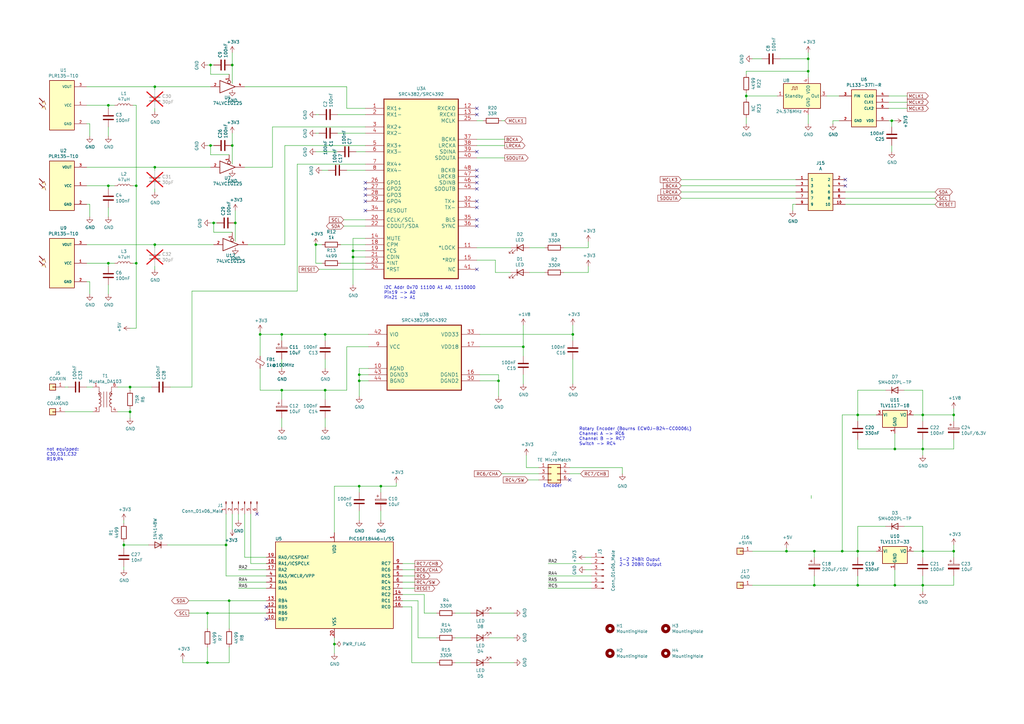
<source format=kicad_sch>
(kicad_sch (version 20231120) (generator "eeschema") (generator_version "8.0")
  (paper "A3")
  (title_block (title "Async sample rate converter") (date "2024-04-07") (rev "V7"))
  (junction (at 144.78 105.41))
  (junction (at 147.32 156.21))
  (junction (at 53.34 168.91))
  (junction (at 92.71 223.52))
  (junction (at 345.44 226.06))
  (junction (at 391.16 226.06))
  (junction (at 306.07 39.37))
  (junction (at 214.63 142.24))
  (junction (at 156.21 199.39))
  (junction (at 367.03 240.03))
  (junction (at 137.16 264.16))
  (junction (at 55.88 76.2))
  (junction (at 44.45 43.18))
  (junction (at 378.46 240.03))
  (junction (at 53.34 158.75))
  (junction (at 63.5 68.58))
  (junction (at 95.25 59.69))
  (junction (at 378.46 184.15))
  (junction (at 144.78 102.87))
  (junction (at 85.09 271.78))
  (junction (at 351.79 226.06))
  (junction (at 378.46 170.18))
  (junction (at 365.76 49.53))
  (junction (at 391.16 170.18))
  (junction (at 55.88 107.95))
  (junction (at 147.32 199.39))
  (junction (at 322.58 226.06))
  (junction (at 351.79 170.18))
  (junction (at 93.98 246.38))
  (junction (at 87.63 91.44))
  (junction (at 133.35 137.16))
  (junction (at 351.79 240.03))
  (junction (at 204.47 156.21))
  (junction (at 85.09 251.46))
  (junction (at 63.5 35.56))
  (junction (at 44.45 76.2))
  (junction (at 331.47 29.21))
  (junction (at 115.57 137.16))
  (junction (at 147.32 153.67))
  (junction (at 86.36 26.67))
  (junction (at 96.52 91.44))
  (junction (at 63.5 100.33))
  (junction (at 115.57 160.02))
  (junction (at 86.36 59.69))
  (junction (at 367.03 184.15))
  (junction (at 106.68 137.16))
  (junction (at 133.35 160.02))
  (junction (at 334.01 240.03))
  (junction (at 331.47 24.13))
  (junction (at 234.95 137.16))
  (junction (at 129.54 100.33))
  (junction (at 334.01 226.06))
  (junction (at 44.45 107.95))
  (junction (at 378.46 226.06))
  (junction (at 95.25 26.67))
  (junction (at 50.8 223.52))
  (no_connect (at 109.22 254))
  (no_connect (at 346.71 76.2))
  (no_connect (at 105.41 210.82))
  (no_connect (at 195.58 46.99))
  (no_connect (at 109.22 248.92))
  (no_connect (at 149.86 82.55))
  (no_connect (at 149.86 86.36))
  (no_connect (at 233.68 196.85))
  (no_connect (at 195.58 110.49))
  (no_connect (at 195.58 77.47))
  (no_connect (at 195.58 62.23))
  (no_connect (at 149.86 80.01))
  (no_connect (at 195.58 92.71))
  (no_connect (at 346.71 73.66))
  (no_connect (at 195.58 82.55))
  (no_connect (at 195.58 44.45))
  (no_connect (at 195.58 72.39))
  (no_connect (at 195.58 69.85))
  (no_connect (at 149.86 77.47))
  (no_connect (at 195.58 90.17))
  (no_connect (at 195.58 74.93))
  (no_connect (at 195.58 85.09))
  (no_connect (at 149.86 74.93))
  (wire (pts (xy 109.22 231.14) (xy 102.87 231.14)))
  (wire (pts (xy 97.79 241.3) (xy 109.22 241.3)))
  (wire (pts (xy 130.81 54.61) (xy 129.54 54.61)))
  (wire (pts (xy 367.03 184.15) (xy 351.79 184.15)))
  (wire (pts (xy 205.74 194.31) (xy 220.98 194.31)))
  (wire (pts (xy 46.99 43.18) (xy 44.45 43.18)))
  (wire (pts (xy 165.1 246.38) (xy 171.45 246.38)))
  (wire (pts (xy 255.27 191.77) (xy 255.27 194.31)))
  (wire (pts (xy 50.8 224.79) (xy 50.8 223.52)))
  (wire (pts (xy 35.56 68.58) (xy 63.5 68.58)))
  (wire (pts (xy 147.32 156.21) (xy 147.32 153.67)))
  (wire (pts (xy 195.58 101.6) (xy 209.55 101.6)))
  (wire (pts (xy 279.4 76.2) (xy 326.39 76.2)))
  (wire (pts (xy 63.5 36.83) (xy 63.5 35.56)))
  (wire (pts (xy 351.79 228.6) (xy 351.79 226.06)))
  (wire (pts (xy 44.45 77.47) (xy 44.45 76.2)))
  (wire (pts (xy 364.49 44.45) (xy 372.11 44.45)))
  (wire (pts (xy 378.46 160.02) (xy 370.84 160.02)))
  (wire (pts (xy 139.7 107.95) (xy 149.86 107.95)))
  (wire (pts (xy 351.79 170.18) (xy 359.41 170.18)))
  (wire (pts (xy 149.86 54.61) (xy 138.43 54.61)))
  (wire (pts (xy 93.98 30.48) (xy 86.36 30.48)))
  (wire (pts (xy 74.93 271.78) (xy 85.09 271.78)))
  (wire (pts (xy 133.35 151.13) (xy 133.35 147.32)))
  (wire (pts (xy 378.46 170.18) (xy 374.65 170.18)))
  (wire (pts (xy 195.58 49.53) (xy 198.12 49.53)))
  (wire (pts (xy 86.36 30.48) (xy 86.36 26.67)))
  (wire (pts (xy 240.03 228.6) (xy 242.57 228.6)))
  (wire (pts (xy 87.63 100.33) (xy 63.5 100.33)))
  (wire (pts (xy 173.99 243.84) (xy 173.99 251.46)))
  (wire (pts (xy 378.46 228.6) (xy 378.46 226.06)))
  (wire (pts (xy 111.76 68.58) (xy 111.76 52.07)))
  (wire (pts (xy 142.24 69.85) (xy 149.86 69.85)))
  (wire (pts (xy 170.18 236.22) (xy 165.1 236.22)))
  (wire (pts (xy 179.07 271.78) (xy 168.91 271.78)))
  (wire (pts (xy 351.79 172.72) (xy 351.79 170.18)))
  (wire (pts (xy 53.34 171.45) (xy 53.34 168.91)))
  (wire (pts (xy 234.95 133.35) (xy 234.95 137.16)))
  (wire (pts (xy 133.35 137.16) (xy 115.57 137.16)))
  (wire (pts (xy 149.86 46.99) (xy 138.43 46.99)))
  (wire (pts (xy 142.24 35.56) (xy 142.24 44.45)))
  (wire (pts (xy 378.46 186.69) (xy 378.46 184.15)))
  (wire (pts (xy 134.62 69.85) (xy 132.08 69.85)))
  (wire (pts (xy 204.47 153.67) (xy 204.47 156.21)))
  (wire (pts (xy 133.35 139.7) (xy 133.35 137.16)))
  (wire (pts (xy 95.25 59.69) (xy 95.25 67.31)))
  (wire (pts (xy 391.16 184.15) (xy 391.16 180.34)))
  (wire (pts (xy 86.36 59.69) (xy 86.36 63.5)))
  (wire (pts (xy 156.21 199.39) (xy 156.21 201.93)))
  (wire (pts (xy 35.56 76.2) (xy 44.45 76.2)))
  (wire (pts (xy 44.45 120.65) (xy 44.45 116.84)))
  (wire (pts (xy 308.61 226.06) (xy 322.58 226.06)))
  (wire (pts (xy 121.92 67.31) (xy 149.86 67.31)))
  (wire (pts (xy 63.5 100.33) (xy 35.56 100.33)))
  (wire (pts (xy 215.9 191.77) (xy 215.9 186.69)))
  (wire (pts (xy 93.98 63.5) (xy 86.36 63.5)))
  (wire (pts (xy 318.77 39.37) (xy 306.07 39.37)))
  (wire (pts (xy 115.57 137.16) (xy 106.68 137.16)))
  (wire (pts (xy 332.74 204.47) (xy 332.74 203.2)))
  (wire (pts (xy 132.08 100.33) (xy 129.54 100.33)))
  (wire (pts (xy 165.1 243.84) (xy 173.99 243.84)))
  (wire (pts (xy 325.12 83.82) (xy 325.12 86.36)))
  (wire (pts (xy 351.79 184.15) (xy 351.79 180.34)))
  (wire (pts (xy 334.01 226.06) (xy 345.44 226.06)))
  (wire (pts (xy 147.32 162.56) (xy 147.32 156.21)))
  (wire (pts (xy 85.09 271.78) (xy 93.98 271.78)))
  (wire (pts (xy 132.08 107.95) (xy 129.54 107.95)))
  (wire (pts (xy 92.71 223.52) (xy 92.71 236.22)))
  (wire (pts (xy 133.35 160.02) (xy 133.35 163.83)))
  (wire (pts (xy 331.47 50.8) (xy 331.47 46.99)))
  (wire (pts (xy 364.49 41.91) (xy 372.11 41.91)))
  (wire (pts (xy 334.01 226.06) (xy 334.01 228.6)))
  (wire (pts (xy 331.47 24.13) (xy 331.47 29.21)))
  (wire (pts (xy 106.68 137.16) (xy 106.68 135.89)))
  (wire (pts (xy 35.56 35.56) (xy 63.5 35.56)))
  (wire (pts (xy 35.56 158.75) (xy 38.1 158.75)))
  (wire (pts (xy 346.71 78.74) (xy 383.54 78.74)))
  (wire (pts (xy 346.71 81.28) (xy 383.54 81.28)))
  (wire (pts (xy 129.54 107.95) (xy 129.54 100.33)))
  (wire (pts (xy 378.46 236.22) (xy 378.46 240.03)))
  (wire (pts (xy 378.46 184.15) (xy 391.16 184.15)))
  (wire (pts (xy 63.5 78.74) (xy 63.5 77.47)))
  (wire (pts (xy 50.8 233.68) (xy 50.8 232.41)))
  (wire (pts (xy 100.33 228.6) (xy 100.33 210.82)))
  (wire (pts (xy 115.57 175.26) (xy 115.57 171.45)))
  (wire (pts (xy 63.5 45.72) (xy 63.5 44.45)))
  (wire (pts (xy 351.79 170.18) (xy 345.44 170.18)))
  (wire (pts (xy 214.63 133.35) (xy 214.63 142.24)))
  (wire (pts (xy 130.81 110.49) (xy 149.86 110.49)))
  (wire (pts (xy 139.7 100.33) (xy 149.86 100.33)))
  (wire (pts (xy 142.24 142.24) (xy 142.24 160.02)))
  (wire (pts (xy 151.13 156.21) (xy 147.32 156.21)))
  (wire (pts (xy 339.09 39.37) (xy 344.17 39.37)))
  (wire (pts (xy 363.22 215.9) (xy 351.79 215.9)))
  (wire (pts (xy 133.35 175.26) (xy 133.35 171.45)))
  (wire (pts (xy 27.94 158.75) (xy 26.67 158.75)))
  (wire (pts (xy 147.32 213.36) (xy 147.32 209.55)))
  (wire (pts (xy 214.63 146.05) (xy 214.63 142.24)))
  (wire (pts (xy 224.79 241.3) (xy 242.57 241.3)))
  (wire (pts (xy 97.79 233.68) (xy 109.22 233.68)))
  (wire (pts (xy 147.32 153.67) (xy 151.13 153.67)))
  (wire (pts (xy 50.8 214.63) (xy 50.8 213.36)))
  (wire (pts (xy 26.67 168.91) (xy 38.1 168.91)))
  (wire (pts (xy 200.66 271.78) (xy 210.82 271.78)))
  (wire (pts (xy 279.4 78.74) (xy 326.39 78.74)))
  (wire (pts (xy 165.1 241.3) (xy 170.18 241.3)))
  (wire (pts (xy 129.54 62.23) (xy 138.43 62.23)))
  (wire (pts (xy 391.16 167.64) (xy 391.16 170.18)))
  (wire (pts (xy 200.66 251.46) (xy 210.82 251.46)))
  (wire (pts (xy 231.14 111.76) (xy 241.3 111.76)))
  (wire (pts (xy 115.57 151.13) (xy 115.57 147.32)))
  (wire (pts (xy 85.09 59.69) (xy 86.36 59.69)))
  (wire (pts (xy 378.46 180.34) (xy 378.46 184.15)))
  (wire (pts (xy 92.71 210.82) (xy 92.71 223.52)))
  (wire (pts (xy 55.88 107.95) (xy 55.88 76.2)))
  (wire (pts (xy 36.83 83.82) (xy 35.56 83.82)))
  (wire (pts (xy 63.5 110.49) (xy 63.5 109.22)))
  (wire (pts (xy 365.76 52.07) (xy 365.76 49.53)))
  (wire (pts (xy 149.86 92.71) (xy 140.97 92.71)))
  (wire (pts (xy 116.84 59.69) (xy 149.86 59.69)))
  (wire (pts (xy 74.93 270.51) (xy 74.93 271.78)))
  (wire (pts (xy 203.2 106.68) (xy 195.58 106.68)))
  (wire (pts (xy 170.18 231.14) (xy 165.1 231.14)))
  (wire (pts (xy 55.88 76.2) (xy 55.88 43.18)))
  (wire (pts (xy 391.16 240.03) (xy 391.16 236.22)))
  (wire (pts (xy 334.01 240.03) (xy 334.01 236.22)))
  (wire (pts (xy 63.5 69.85) (xy 63.5 68.58)))
  (wire (pts (xy 111.76 52.07) (xy 149.86 52.07)))
  (wire (pts (xy 142.24 44.45) (xy 149.86 44.45)))
  (wire (pts (xy 378.46 242.57) (xy 378.46 240.03)))
  (wire (pts (xy 95.25 95.25) (xy 87.63 95.25)))
  (wire (pts (xy 115.57 163.83) (xy 115.57 160.02)))
  (wire (pts (xy 351.79 226.06) (xy 359.41 226.06)))
  (wire (pts (xy 186.69 271.78) (xy 193.04 271.78)))
  (wire (pts (xy 95.25 217.17) (xy 95.25 210.82)))
  (wire (pts (xy 233.68 191.77) (xy 255.27 191.77)))
  (wire (pts (xy 63.5 68.58) (xy 86.36 68.58)))
  (wire (pts (xy 86.36 91.44) (xy 87.63 91.44)))
  (wire (pts (xy 209.55 111.76) (xy 203.2 111.76)))
  (wire (pts (xy 306.07 38.1) (xy 306.07 39.37)))
  (wire (pts (xy 241.3 101.6) (xy 241.3 99.06)))
  (wire (pts (xy 44.45 44.45) (xy 44.45 43.18)))
  (wire (pts (xy 224.79 238.76) (xy 242.57 238.76)))
  (wire (pts (xy 46.99 107.95) (xy 44.45 107.95)))
  (wire (pts (xy 144.78 105.41) (xy 144.78 102.87)))
  (wire (pts (xy 306.07 48.26) (xy 306.07 50.8)))
  (wire (pts (xy 85.09 257.81) (xy 85.09 251.46)))
  (wire (pts (xy 87.63 91.44) (xy 88.9 91.44)))
  (wire (pts (xy 151.13 137.16) (xy 133.35 137.16)))
  (wire (pts (xy 378.46 226.06) (xy 374.65 226.06)))
  (wire (pts (xy 351.79 160.02) (xy 351.79 170.18)))
  (wire (pts (xy 240.03 233.68) (xy 242.57 233.68)))
  (wire (pts (xy 133.35 160.02) (xy 142.24 160.02)))
  (wire (pts (xy 162.56 199.39) (xy 156.21 199.39)))
  (wire (pts (xy 170.18 233.68) (xy 165.1 233.68)))
  (wire (pts (xy 378.46 240.03) (xy 391.16 240.03)))
  (wire (pts (xy 44.45 109.22) (xy 44.45 107.95)))
  (wire (pts (xy 200.66 261.62) (xy 210.82 261.62)))
  (wire (pts (xy 204.47 156.21) (xy 196.85 156.21)))
  (wire (pts (xy 149.86 62.23) (xy 146.05 62.23)))
  (wire (pts (xy 115.57 160.02) (xy 106.68 160.02)))
  (wire (pts (xy 93.98 246.38) (xy 109.22 246.38)))
  (wire (pts (xy 186.69 261.62) (xy 193.04 261.62)))
  (wire (pts (xy 96.52 86.36) (xy 96.52 91.44)))
  (wire (pts (xy 391.16 170.18) (xy 378.46 170.18)))
  (wire (pts (xy 224.79 236.22) (xy 242.57 236.22)))
  (wire (pts (xy 86.36 26.67) (xy 87.63 26.67)))
  (wire (pts (xy 147.32 199.39) (xy 147.32 201.93)))
  (wire (pts (xy 205.74 49.53) (xy 207.01 49.53)))
  (wire (pts (xy 95.25 54.61) (xy 95.25 59.69)))
  (wire (pts (xy 144.78 116.84) (xy 144.78 105.41)))
  (wire (pts (xy 195.58 59.69) (xy 207.01 59.69)))
  (wire (pts (xy 214.63 142.24) (xy 196.85 142.24)))
  (wire (pts (xy 96.52 91.44) (xy 96.52 99.06)))
  (wire (pts (xy 173.99 251.46) (xy 179.07 251.46)))
  (wire (pts (xy 36.83 115.57) (xy 35.56 115.57)))
  (wire (pts (xy 331.47 24.13) (xy 320.04 24.13)))
  (wire (pts (xy 364.49 39.37) (xy 372.11 39.37)))
  (wire (pts (xy 63.5 35.56) (xy 86.36 35.56)))
  (wire (pts (xy 100.33 68.58) (xy 111.76 68.58)))
  (wire (pts (xy 345.44 226.06) (xy 351.79 226.06)))
  (wire (pts (xy 93.98 271.78) (xy 93.98 265.43)))
  (wire (pts (xy 233.68 194.31) (xy 238.125 194.31)))
  (wire (pts (xy 351.79 215.9) (xy 351.79 226.06)))
  (wire (pts (xy 367.03 184.15) (xy 367.03 177.8)))
  (wire (pts (xy 351.79 240.03) (xy 334.01 240.03)))
  (wire (pts (xy 367.03 49.53) (xy 365.76 49.53)))
  (wire (pts (xy 203.2 111.76) (xy 203.2 106.68)))
  (wire (pts (xy 69.85 158.75) (xy 78.74 158.75)))
  (wire (pts (xy 53.34 158.75) (xy 62.23 158.75)))
  (wire (pts (xy 36.83 88.9) (xy 36.83 83.82)))
  (wire (pts (xy 179.07 261.62) (xy 171.45 261.62)))
  (wire (pts (xy 48.26 158.75) (xy 53.34 158.75)))
  (wire (pts (xy 306.07 29.21) (xy 331.47 29.21)))
  (wire (pts (xy 44.45 55.88) (xy 44.45 52.07)))
  (wire (pts (xy 36.83 50.8) (xy 35.56 50.8)))
  (wire (pts (xy 53.34 134.62) (xy 55.88 134.62)))
  (wire (pts (xy 367.03 240.03) (xy 351.79 240.03)))
  (wire (pts (xy 170.18 238.76) (xy 165.1 238.76)))
  (wire (pts (xy 331.47 24.13) (xy 331.47 21.59)))
  (wire (pts (xy 217.17 111.76) (xy 223.52 111.76)))
  (wire (pts (xy 129.54 46.99) (xy 130.81 46.99)))
  (wire (pts (xy 220.98 191.77) (xy 215.9 191.77)))
  (wire (pts (xy 378.46 170.18) (xy 378.46 160.02)))
  (wire (pts (xy 345.44 170.18) (xy 345.44 226.06)))
  (wire (pts (xy 100.33 35.56) (xy 142.24 35.56)))
  (wire (pts (xy 35.56 107.95) (xy 44.45 107.95)))
  (wire (pts (xy 306.07 30.48) (xy 306.07 29.21)))
  (wire (pts (xy 144.78 102.87) (xy 149.86 102.87)))
  (wire (pts (xy 77.47 246.38) (xy 93.98 246.38)))
  (wire (pts (xy 195.58 57.15) (xy 207.01 57.15)))
  (wire (pts (xy 137.16 199.39) (xy 137.16 218.44)))
  (wire (pts (xy 92.71 236.22) (xy 109.22 236.22)))
  (wire (pts (xy 308.61 240.03) (xy 334.01 240.03)))
  (wire (pts (xy 363.22 160.02) (xy 351.79 160.02)))
  (wire (pts (xy 151.13 151.13) (xy 147.32 151.13)))
  (wire (pts (xy 78.74 119.38) (xy 78.74 158.75)))
  (wire (pts (xy 331.47 29.21) (xy 331.47 31.75)))
  (wire (pts (xy 217.17 101.6) (xy 223.52 101.6)))
  (wire (pts (xy 149.86 97.79) (xy 144.78 97.79)))
  (wire (pts (xy 55.88 107.95) (xy 55.88 134.62)))
  (wire (pts (xy 137.16 264.16) (xy 137.16 261.62)))
  (wire (pts (xy 351.79 240.03) (xy 351.79 236.22)))
  (wire (pts (xy 97.79 238.76) (xy 109.22 238.76)))
  (wire (pts (xy 68.58 223.52) (xy 92.71 223.52)))
  (wire (pts (xy 241.3 111.76) (xy 241.3 109.22)))
  (wire (pts (xy 365.76 62.23) (xy 365.76 59.69)))
  (wire (pts (xy 341.63 49.53) (xy 344.17 49.53)))
  (wire (pts (xy 48.26 168.91) (xy 53.34 168.91)))
  (wire (pts (xy 36.83 120.65) (xy 36.83 115.57)))
  (wire (pts (xy 171.45 246.38) (xy 171.45 261.62)))
  (wire (pts (xy 60.96 223.52) (xy 50.8 223.52)))
  (wire (pts (xy 63.5 101.6) (xy 63.5 100.33)))
  (wire (pts (xy 109.22 228.6) (xy 100.33 228.6)))
  (wire (pts (xy 86.36 59.69) (xy 87.63 59.69)))
  (wire (pts (xy 50.8 223.52) (xy 50.8 222.25)))
  (wire (pts (xy 116.84 100.33) (xy 101.6 100.33)))
  (wire (pts (xy 162.56 198.12) (xy 162.56 199.39)))
  (wire (pts (xy 234.95 137.16) (xy 234.95 139.7)))
  (wire (pts (xy 95.25 21.59) (xy 95.25 26.67)))
  (wire (pts (xy 142.24 142.24) (xy 151.13 142.24)))
  (wire (pts (xy 322.58 224.79) (xy 322.58 226.06)))
  (wire (pts (xy 341.63 50.8) (xy 341.63 49.53)))
  (wire (pts (xy 196.85 153.67) (xy 204.47 153.67)))
  (wire (pts (xy 85.09 26.67) (xy 86.36 26.67)))
  (wire (pts (xy 55.88 76.2) (xy 54.61 76.2)))
  (wire (pts (xy 391.16 172.72) (xy 391.16 170.18)))
  (wire (pts (xy 97.79 213.36) (xy 97.79 210.82)))
  (wire (pts (xy 308.61 24.13) (xy 312.42 24.13)))
  (wire (pts (xy 322.58 226.06) (xy 334.01 226.06)))
  (wire (pts (xy 55.88 107.95) (xy 54.61 107.95)))
  (wire (pts (xy 137.16 267.97) (xy 137.16 264.16)))
  (wire (pts (xy 378.46 184.15) (xy 367.03 184.15)))
  (wire (pts (xy 121.92 119.38) (xy 78.74 119.38)))
  (wire (pts (xy 106.68 151.13) (xy 106.68 160.02)))
  (wire (pts (xy 115.57 160.02) (xy 133.35 160.02)))
  (wire (pts (xy 121.92 67.31) (xy 121.92 119.38)))
  (wire (pts (xy 279.4 81.28) (xy 326.39 81.28)))
  (wire (pts (xy 168.91 248.92) (xy 165.1 248.92)))
  (wire (pts (xy 391.16 226.06) (xy 378.46 226.06)))
  (wire (pts (xy 186.69 251.46) (xy 193.04 251.46)))
  (wire (pts (xy 147.32 199.39) (xy 137.16 199.39)))
  (wire (pts (xy 367.03 240.03) (xy 367.03 233.68)))
  (wire (pts (xy 87.63 95.25) (xy 87.63 91.44)))
  (wire (pts (xy 391.16 223.52) (xy 391.16 226.06)))
  (wire (pts (xy 365.76 49.53) (xy 364.49 49.53)))
  (wire (pts (xy 149.86 105.41) (xy 144.78 105.41)))
  (wire (pts (xy 53.34 168.91) (xy 53.34 167.64)))
  (wire (pts (xy 378.46 226.06) (xy 378.46 215.9)))
  (wire (pts (xy 168.91 248.92) (xy 168.91 271.78)))
  (wire (pts (xy 214.63 157.48) (xy 214.63 153.67)))
  (wire (pts (xy 54.61 43.18) (xy 55.88 43.18)))
  (wire (pts (xy 234.95 157.48) (xy 234.95 147.32)))
  (wire (pts (xy 207.01 64.77) (xy 195.58 64.77)))
  (wire (pts (xy 36.83 55.88) (xy 36.83 50.8)))
  (wire (pts (xy 391.16 228.6) (xy 391.16 226.06)))
  (wire (pts (xy 77.47 251.46) (xy 85.09 251.46)))
  (wire (pts (xy 53.34 160.02) (xy 53.34 158.75)))
  (wire (pts (xy 85.09 265.43) (xy 85.09 271.78)))
  (wire (pts (xy 102.87 231.14) (xy 102.87 210.82)))
  (wire (pts (xy 147.32 151.13) (xy 147.32 153.67)))
  (wire (pts (xy 116.84 59.69) (xy 116.84 100.33)))
  (wire (pts (xy 95.25 26.67) (xy 95.25 34.29)))
  (wire (pts (xy 346.71 83.82) (xy 383.54 83.82)))
  (wire (pts (xy 378.46 172.72) (xy 378.46 170.18)))
  (wire (pts (xy 378.46 240.03) (xy 367.03 240.03)))
  (wire (pts (xy 224.79 231.14) (xy 242.57 231.14)))
  (wire (pts (xy 156.21 213.36) (xy 156.21 209.55)))
  (wire (pts (xy 326.39 83.82) (xy 325.12 83.82)))
  (wire (pts (xy 115.57 137.16) (xy 115.57 139.7)))
  (wire (pts (xy 231.14 101.6) (xy 241.3 101.6)))
  (wire (pts (xy 35.56 43.18) (xy 44.45 43.18)))
  (wire (pts (xy 156.21 199.39) (xy 147.32 199.39)))
  (wire (pts (xy 46.99 76.2) (xy 44.45 76.2)))
  (wire (pts (xy 216.535 196.85) (xy 220.98 196.85)))
  (wire (pts (xy 378.46 215.9) (xy 370.84 215.9)))
  (wire (pts (xy 106.68 146.05) (xy 106.68 137.16)))
  (wire (pts (xy 144.78 97.79) (xy 144.78 102.87)))
  (wire (pts (xy 44.45 88.9) (xy 44.45 85.09)))
  (wire (pts (xy 279.4 73.66) (xy 326.39 73.66)))
  (wire (pts (xy 306.07 39.37) (xy 306.07 40.64)))
  (wire (pts (xy 204.47 162.56) (xy 204.47 156.21)))
  (wire (pts (xy 140.97 90.17) (xy 149.86 90.17)))
  (wire (pts (xy 93.98 257.81) (xy 93.98 246.38)))
  (wire (pts (xy 85.09 251.46) (xy 109.22 251.46)))
  (wire (pts (xy 196.85 137.16) (xy 234.95 137.16)))
  (text "I2C Addr 0x70 11100 A1 A0, 1110000\nPin19 -> A0\nPin21 -> A1\n\n\n" (at 157.48 127 0) (effects (font (size 1.27 1.27)) (justify left bottom)))
  (text "1-2 24Bit Ouput\n2-3 20Bit Output" (at 254 232.41 0) (effects (font (size 1.27 1.27)) (justify left bottom)))
  (text "Rotary Encoder (Bourns ECW0J-B24-CC0006L)\nChannel A -> RC6\nChannel B -> RC7\nSwitch -> RC4" (at 237.49 182.88 0) (effects (font (size 1.27 1.27)) (justify left bottom)))
  (text "Encoder" (at 230.505 200.025 0) (effects (font (size 1.27 1.27)) (justify right bottom)))
  (text "not equipped:\nC30,C31,C32\nR19,R4" (at 19.05 189.23 0) (effects (font (size 1.27 1.27)) (justify left bottom)))
  (label "RA4" (at 97.79 238.76 0))
  (label "RA5" (at 97.79 241.3 0))
  (label "RA5" (at 224.79 238.76 0))
  (label "RA4" (at 224.79 236.22 0))
  (label "RA2" (at 97.79 233.68 0))
  (label "RA2" (at 224.79 231.14 0))
  (label "RC5" (at 224.79 241.3 0))
  (global_label "SCL" (shape input) (at 140.97 90.17 180) (property "Intersheetrefs" "${INTERSHEET_REFS}" (effects (hide yes))))
  (global_label "SCL" (shape input) (at 383.54 81.28 0) (property "Intersheetrefs" "${INTERSHEET_REFS}" (effects (hide yes))))
  (global_label "MCLK1" (shape input) (at 207.01 49.53 0) (property "Intersheetrefs" "${INTERSHEET_REFS}" (effects (hide yes))))
  (global_label "RC4{slash}SW" (shape input) (at 216.535 196.85 180) (property "Intersheetrefs" "${INTERSHEET_REFS}" (effects (hide yes))))
  (global_label "RC6{slash}CHA" (shape output) (at 170.18 233.68 0) (property "Intersheetrefs" "${INTERSHEET_REFS}" (effects (hide yes))))
  (global_label "LRCKA" (shape output) (at 207.01 59.69 0) (property "Intersheetrefs" "${INTERSHEET_REFS}" (effects (hide yes))))
  (global_label "SDA" (shape bidirectional) (at 383.54 78.74 0) (property "Intersheetrefs" "${INTERSHEET_REFS}" (effects (hide yes))))
  (global_label "RESET" (shape input) (at 383.54 83.82 0) (property "Intersheetrefs" "${INTERSHEET_REFS}" (effects (hide yes))))
  (global_label "RC6{slash}CHA" (shape input) (at 205.74 194.31 180) (property "Intersheetrefs" "${INTERSHEET_REFS}" (effects (hide yes))))
  (global_label "SDA" (shape bidirectional) (at 140.97 92.71 180) (property "Intersheetrefs" "${INTERSHEET_REFS}" (effects (hide yes))))
  (global_label "MCLK3" (shape output) (at 372.11 44.45 0) (property "Intersheetrefs" "${INTERSHEET_REFS}" (effects (hide yes))))
  (global_label "RESET" (shape output) (at 170.18 241.3 0) (property "Intersheetrefs" "${INTERSHEET_REFS}" (effects (hide yes))))
  (global_label "RC7{slash}CHB" (shape output) (at 170.18 231.14 0) (property "Intersheetrefs" "${INTERSHEET_REFS}" (effects (hide yes))))
  (global_label "MCLK1" (shape output) (at 372.11 39.37 0) (property "Intersheetrefs" "${INTERSHEET_REFS}" (effects (hide yes))))
  (global_label "RC7{slash}CHB" (shape input) (at 238.125 194.31 0) (property "Intersheetrefs" "${INTERSHEET_REFS}" (effects (hide yes))))
  (global_label "SDOUTA" (shape output) (at 207.01 64.77 0) (property "Intersheetrefs" "${INTERSHEET_REFS}" (effects (hide yes))))
  (global_label "MCLK3" (shape input) (at 279.4 73.66 180) (property "Intersheetrefs" "${INTERSHEET_REFS}" (effects (hide yes))))
  (global_label "RESET" (shape input) (at 130.81 110.49 180) (property "Intersheetrefs" "${INTERSHEET_REFS}" (effects (hide yes))))
  (global_label "SDA" (shape bidirectional) (at 77.47 246.38 180) (property "Intersheetrefs" "${INTERSHEET_REFS}" (effects (hide yes))))
  (global_label "SDOUTA" (shape input) (at 279.4 81.28 180) (property "Intersheetrefs" "${INTERSHEET_REFS}" (effects (hide yes))))
  (global_label "LRCKA" (shape input) (at 279.4 78.74 180) (property "Intersheetrefs" "${INTERSHEET_REFS}" (effects (hide yes))))
  (global_label "MCLK2" (shape output) (at 372.11 41.91 0) (property "Intersheetrefs" "${INTERSHEET_REFS}" (effects (hide yes))))
  (global_label "SCL" (shape output) (at 77.47 251.46 180) (property "Intersheetrefs" "${INTERSHEET_REFS}" (effects (hide yes))))
  (global_label "RC5" (shape output) (at 170.18 236.22 0) (property "Intersheetrefs" "${INTERSHEET_REFS}" (effects (hide yes))))
  (global_label "BCKA" (shape output) (at 207.01 57.15 0) (property "Intersheetrefs" "${INTERSHEET_REFS}" (effects (hide yes))))
  (global_label "RC4{slash}SW" (shape output) (at 170.18 238.76 0) (property "Intersheetrefs" "${INTERSHEET_REFS}" (effects (hide yes))))
  (global_label "BCKA" (shape input) (at 279.4 76.2 180) (property "Intersheetrefs" "${INTERSHEET_REFS}" (effects (hide yes))))
  (symbol (lib_id "Device:C") (at 147.32 205.74 180) (unit 1)
    (property "Reference" "C5" (at 144.399 206.9084 0) (effects (justify left)))
    (property "Value" "100nF" (at 144.399 204.597 0) (effects (justify left)))
    (property "Footprint" "Capacitor_SMD:C_0603_1608Metric_Pad1.08x0.95mm_HandSolder" (effects (hide yes)))
    (property "manf#" "CL10B104KB8NNNL" (effects (hide yes)))
  )
  (symbol (lib_id "power:GND") (at 137.16 267.97 0) (unit 1)
    (property "Reference" "#PWR0115" (effects (hide yes)))
    (property "Value" "GND" (at 137.287 272.3642 0))
  )
  (symbol (lib_id "power:PWR_FLAG") (at 137.16 264.16 270) (unit 1)
    (property "Reference" "#FLG0101" (effects (hide yes)))
    (property "Value" "PWR_FLAG" (at 140.4112 264.16 90) (effects (justify left)))
  )
  (symbol (lib_id "MCU_Microchip_PIC16:PIC16F1829-IP") (at 137.16 241.3 0) (unit 1)
    (property "Reference" "U5" (at 114.3 220.98 0))
    (property "Value" "PIC16F18446-I/SS" (at 152.4 220.98 0))
    (property "Footprint" "Package_SO:SSOP-20_5.3x7.2mm_P0.65mm" (effects (hide yes)))
    (property "Datasheet" "http://ww1.microchip.com/downloads/en/DeviceDoc/41440C.pdf" (effects (hide yes)))
    (property "manf#" "PIC16F18446-I/SO" (effects (hide yes)))
  )
  (symbol (lib_id "kicad-snk:SRC4392") (at 149.86 44.45 0) (unit 1)
    (property "Reference" "U3" (at 172.72 36.322 0))
    (property "Value" "SRC4382/SRC4392" (at 172.72 38.6334 0))
    (property "Footprint" "Package_QFP:TQFP-48_7x7mm_P0.5mm" (effects (hide yes)))
    (property "manf#" "SRC4392IPFBR" (effects (hide yes)))
  )
  (symbol (lib_id "kicad-snk:SRC4392") (at 151.13 137.16 0) (unit 2)
    (property "Reference" "U3" (at 173.99 129.032 0))
    (property "Value" "SRC4382/SRC4392" (at 173.99 131.3434 0))
    (property "Footprint" "Package_QFP:TQFP-48_7x7mm_P0.5mm" (effects (hide yes)))
    (property "manf#" "SRC4392IPFBR" (effects (hide yes)))
  )
  (symbol (lib_id "kicad-snk:PLR135-T10") (at 25.4 43.18 0) (mirror y) (unit 1)
    (property "Reference" "U1" (at 26.0096 28.7782 0))
    (property "Value" "PLR135-T10" (at 26.0096 31.0896 0))
    (property "Footprint" "PLR135-T10_PLT133-T10W" (effects (hide yes)))
    (property "manf#" "PLR135/T10" (effects (hide yes)))
  )
  (symbol (lib_id "Device:C") (at 134.62 46.99 270) (unit 1)
    (property "Reference" "C2" (at 133.4516 44.069 0) (effects (justify right)))
    (property "Value" "100nF" (at 135.763 44.069 0) (effects (justify right)))
    (property "Footprint" "Capacitor_SMD:C_0603_1608Metric_Pad1.08x0.95mm_HandSolder" (effects (hide yes)))
    (property "manf#" "CL10B104KB8NNNL" (effects (hide yes)))
  )
  (symbol (lib_id "Device:C") (at 134.62 54.61 90) (unit 1)
    (property "Reference" "C1" (at 135.7884 57.531 0) (effects (justify right)))
    (property "Value" "100nF" (at 133.477 57.531 0) (effects (justify right)))
    (property "Footprint" "Capacitor_SMD:C_0603_1608Metric_Pad1.08x0.95mm_HandSolder" (effects (hide yes)))
    (property "manf#" "CL10B104KB8NNNL" (effects (hide yes)))
  )
  (symbol (lib_id "Device:LED") (at 213.36 101.6 0) (unit 1)
    (property "Reference" "D2" (at 213.1822 96.0882 0))
    (property "Value" "LED" (at 213.1822 98.3996 0))
    (property "Footprint" "LED_SMD:LED_0603_1608Metric_Pad1.05x0.95mm_HandSolder" (effects (hide yes)))
    (property "manf#" "LG R971-KN-1" (effects (hide yes)))
  )
  (symbol (lib_id "Device:LED") (at 213.36 111.76 0) (unit 1)
    (property "Reference" "D1" (at 213.1822 106.2482 0))
    (property "Value" "LED" (at 213.1822 108.5596 0))
    (property "Footprint" "LED_SMD:LED_0603_1608Metric_Pad1.05x0.95mm_HandSolder" (effects (hide yes)))
    (property "manf#" "LG R971-KN-1" (effects (hide yes)))
  )
  (symbol (lib_id "Mechanical:MountingHole") (at 250.19 257.81 0) (unit 1)
    (property "Reference" "H1" (at 252.73 256.6416 0) (effects (justify left)))
    (property "Value" "MountingHole" (at 252.73 258.953 0) (effects (justify left)))
    (property "Footprint" "MountingHole:MountingHole_3.2mm_M3_Pad_Via" (effects (hide yes)))
  )
  (symbol (lib_id "Mechanical:MountingHole") (at 273.05 257.81 0) (unit 1)
    (property "Reference" "H3" (at 275.59 256.6416 0) (effects (justify left)))
    (property "Value" "MountingHole" (at 275.59 258.953 0) (effects (justify left)))
    (property "Footprint" "MountingHole:MountingHole_3.2mm_M3_Pad_Via" (effects (hide yes)))
  )
  (symbol (lib_id "Mechanical:MountingHole") (at 250.19 267.97 0) (unit 1)
    (property "Reference" "H2" (at 252.73 266.8016 0) (effects (justify left)))
    (property "Value" "MountingHole" (at 252.73 269.113 0) (effects (justify left)))
    (property "Footprint" "MountingHole:MountingHole_3.2mm_M3_Pad_Via" (effects (hide yes)))
  )
  (symbol (lib_id "Mechanical:MountingHole") (at 273.05 267.97 0) (unit 1)
    (property "Reference" "H4" (at 275.59 266.8016 0) (effects (justify left)))
    (property "Value" "MountingHole" (at 275.59 269.113 0) (effects (justify left)))
    (property "Footprint" "MountingHole:MountingHole_3.2mm_M3_Pad_Via" (effects (hide yes)))
  )
  (symbol (lib_id "Device:R") (at 227.33 101.6 270) (unit 1)
    (property "Reference" "R3" (at 227.33 96.3422 90))
    (property "Value" "330R" (at 227.33 98.6536 90))
    (property "Footprint" "Resistor_SMD:R_0603_1608Metric_Pad0.98x0.95mm_HandSolder" (effects (hide yes)))
    (property "manf#" "RT0603FRD07330RL" (effects (hide yes)))
  )
  (symbol (lib_id "Device:R") (at 227.33 111.76 270) (unit 1)
    (property "Reference" "R2" (at 227.33 106.5022 90))
    (property "Value" "330R" (at 227.33 108.8136 90))
    (property "Footprint" "Resistor_SMD:R_0603_1608Metric_Pad0.98x0.95mm_HandSolder" (effects (hide yes)))
    (property "manf#" "RT0603FRD07330RL" (effects (hide yes)))
  )
  (symbol (lib_id "power:+3.3V") (at 241.3 99.06 0) (unit 1)
    (property "Reference" "#PWR0101" (effects (hide yes)))
    (property "Value" "+3V3" (at 241.681 94.6658 0))
  )
  (symbol (lib_id "power:+3.3V") (at 241.3 109.22 0) (unit 1)
    (property "Reference" "#PWR0102" (effects (hide yes)))
    (property "Value" "+3V3" (at 241.681 104.8258 0))
  )
  (symbol (lib_id "Device:C") (at 44.45 48.26 180) (unit 1)
    (property "Reference" "C3" (at 47.371 47.0916 0) (effects (justify right)))
    (property "Value" "100nF" (at 47.371 49.403 0) (effects (justify right)))
    (property "Footprint" "Capacitor_SMD:C_0603_1608Metric_Pad1.08x0.95mm_HandSolder" (effects (hide yes)))
    (property "manf#" "CL10B104KB8NNNL" (effects (hide yes)))
  )
  (symbol (lib_id "power:GND") (at 36.83 55.88 0) (unit 1)
    (property "Reference" "#PWR0104" (effects (hide yes)))
    (property "Value" "GND" (at 36.957 60.2742 0))
  )
  (symbol (lib_id "power:GND") (at 44.45 55.88 0) (unit 1)
    (property "Reference" "#PWR0105" (effects (hide yes)))
    (property "Value" "GND" (at 44.577 60.2742 0))
  )
  (symbol (lib_id "kicad-snk:PLR135-T10") (at 25.4 76.2 0) (mirror y) (unit 1)
    (property "Reference" "U2" (at 26.0096 61.7982 0))
    (property "Value" "PLR135-T10" (at 26.0096 64.1096 0))
    (property "Footprint" "PLR135-T10_PLT133-T10W" (effects (hide yes)))
    (property "manf#" "PLR135/T10" (effects (hide yes)))
  )
  (symbol (lib_id "Device:C") (at 44.45 81.28 180) (unit 1)
    (property "Reference" "C4" (at 47.371 80.1116 0) (effects (justify right)))
    (property "Value" "100nF" (at 47.371 82.423 0) (effects (justify right)))
    (property "Footprint" "Capacitor_SMD:C_0603_1608Metric_Pad1.08x0.95mm_HandSolder" (effects (hide yes)))
    (property "manf#" "CL10B104KB8NNNL" (effects (hide yes)))
  )
  (symbol (lib_id "power:GND") (at 36.83 88.9 0) (unit 1)
    (property "Reference" "#PWR0107" (effects (hide yes)))
    (property "Value" "GND" (at 36.957 93.2942 0))
  )
  (symbol (lib_id "power:GND") (at 44.45 88.9 0) (unit 1)
    (property "Reference" "#PWR0108" (effects (hide yes)))
    (property "Value" "GND" (at 44.577 93.2942 0))
  )
  (symbol (lib_id "power:GND") (at 129.54 46.99 270) (unit 1)
    (property "Reference" "#PWR0109" (effects (hide yes)))
    (property "Value" "GND" (at 125.1458 47.117 0))
  )
  (symbol (lib_id "power:GND") (at 129.54 54.61 270) (unit 1)
    (property "Reference" "#PWR0110" (effects (hide yes)))
    (property "Value" "GND" (at 125.1458 54.737 0))
  )
  (symbol (lib_id "Device:R") (at 85.09 261.62 180) (unit 1)
    (property "Reference" "R7" (at 90.3478 261.62 90))
    (property "Value" "4K99" (at 88.0364 261.62 90))
    (property "Footprint" "Resistor_SMD:R_0603_1608Metric_Pad0.98x0.95mm_HandSolder" (effects (hide yes)))
    (property "manf#" "RT0603FRE074K99L" (effects (hide yes)))
  )
  (symbol (lib_id "Device:R") (at 93.98 261.62 180) (unit 1)
    (property "Reference" "R8" (at 99.2378 261.62 90))
    (property "Value" "4K99" (at 96.9264 261.62 90))
    (property "Footprint" "Resistor_SMD:R_0603_1608Metric_Pad0.98x0.95mm_HandSolder" (effects (hide yes)))
    (property "manf#" "RT0603FRE074K99L" (effects (hide yes)))
  )
  (symbol (lib_id "power:+3.3V") (at 74.93 270.51 0) (unit 1)
    (property "Reference" "#PWR0111" (effects (hide yes)))
    (property "Value" "+3V3" (at 75.311 266.1158 0))
  )
  (symbol (lib_id "power:+3.3V") (at 162.56 198.12 0) (unit 1)
    (property "Reference" "#PWR0112" (effects (hide yes)))
    (property "Value" "+3V3" (at 162.941 193.7258 0))
  )
  (symbol (lib_id "Connector:Conn_01x06_Male") (at 97.79 205.74 90) (mirror x) (unit 1)
    (property "Reference" "J1" (at 91.5924 207.3148 90) (effects (justify left)))
    (property "Value" "Conn_01x06_Male" (at 91.5924 209.6262 90) (effects (justify left)))
    (property "Footprint" "Connector_PinHeader_2.54mm:PinHeader_1x06_P2.54mm_Vertical" (effects (hide yes)))
  )
  (symbol (lib_id "power:+3.3V") (at 95.25 217.17 180) (unit 1)
    (property "Reference" "#PWR0113" (effects (hide yes)))
    (property "Value" "+3V3" (at 94.869 221.5642 0))
  )
  (symbol (lib_id "power:GND") (at 97.79 213.36 0) (unit 1)
    (property "Reference" "#PWR0114" (effects (hide yes)))
    (property "Value" "GND" (at 97.917 217.7542 0))
  )
  (symbol (lib_id "power:+3.3V") (at 331.47 21.59 0) (unit 1)
    (property "Reference" "#PWR0145" (effects (hide yes)))
    (property "Value" "+3V3" (at 331.851 17.1958 0))
  )
  (symbol (lib_id "power:GND") (at 308.61 24.13 270) (unit 1)
    (property "Reference" "#PWR0155" (effects (hide yes)))
    (property "Value" "GND" (at 304.2158 24.257 0))
  )
  (symbol (lib_id "dac-rescue:CP-Device") (at 156.21 205.74 0) (unit 1)
    (property "Reference" "C10" (at 159.2072 204.5716 0) (effects (justify left)))
    (property "Value" "10uF" (at 159.2072 206.883 0) (effects (justify left)))
    (property "Footprint" "Capacitor_Tantalum_SMD:CP_EIA-2012-12_Kemet-R_Pad1.30x1.05mm_HandSolder" (effects (hide yes)))
    (property "manf#" "TCJB106M025R0100" (effects (hide yes)))
  )
  (symbol (lib_id "power:GND") (at 147.32 213.36 0) (unit 1)
    (property "Reference" "#PWR0122" (effects (hide yes)))
    (property "Value" "GND" (at 147.447 217.7542 0))
  )
  (symbol (lib_id "power:GND") (at 156.21 213.36 0) (unit 1)
    (property "Reference" "#PWR0123" (effects (hide yes)))
    (property "Value" "GND" (at 156.337 217.7542 0))
  )
  (symbol (lib_id "Device:C") (at 133.35 143.51 180) (unit 1)
    (property "Reference" "C13" (at 130.429 144.6784 0) (effects (justify left)))
    (property "Value" "100nF" (at 130.429 142.367 0) (effects (justify left)))
    (property "Footprint" "Capacitor_SMD:C_0603_1608Metric_Pad1.08x0.95mm_HandSolder" (effects (hide yes)))
    (property "manf#" "CL10B104KB8NNNL" (effects (hide yes)))
  )
  (symbol (lib_id "dac-rescue:CP-Device") (at 115.57 143.51 0) (unit 1)
    (property "Reference" "C11" (at 118.5672 142.3416 0) (effects (justify left)))
    (property "Value" "10uF" (at 118.5672 144.653 0) (effects (justify left)))
    (property "Footprint" "Capacitor_Tantalum_SMD:CP_EIA-2012-12_Kemet-R_Pad1.30x1.05mm_HandSolder" (effects (hide yes)))
    (property "manf#" "TCJB106M025R0100" (effects (hide yes)))
  )
  (symbol (lib_id "Device:C") (at 133.35 167.64 180) (unit 1)
    (property "Reference" "C14" (at 130.429 168.8084 0) (effects (justify left)))
    (property "Value" "100nF" (at 130.429 166.497 0) (effects (justify left)))
    (property "Footprint" "Capacitor_SMD:C_0603_1608Metric_Pad1.08x0.95mm_HandSolder" (effects (hide yes)))
    (property "manf#" "CL10B104KB8NNNL" (effects (hide yes)))
  )
  (symbol (lib_id "dac-rescue:CP-Device") (at 115.57 167.64 0) (unit 1)
    (property "Reference" "C12" (at 118.5672 166.4716 0) (effects (justify left)))
    (property "Value" "10uF" (at 118.5672 168.783 0) (effects (justify left)))
    (property "Footprint" "Capacitor_Tantalum_SMD:CP_EIA-2012-12_Kemet-R_Pad1.30x1.05mm_HandSolder" (effects (hide yes)))
    (property "manf#" "TCJB106M025R0100" (effects (hide yes)))
  )
  (symbol (lib_id "power:GND") (at 147.32 162.56 0) (unit 1)
    (property "Reference" "#PWR0124" (effects (hide yes)))
    (property "Value" "GND" (at 147.447 166.9542 0))
  )
  (symbol (lib_id "power:GND") (at 204.47 162.56 0) (unit 1)
    (property "Reference" "#PWR0125" (effects (hide yes)))
    (property "Value" "GND" (at 204.597 166.9542 0))
  )
  (symbol (lib_id "power:GND") (at 115.57 151.13 0) (unit 1)
    (property "Reference" "#PWR0126" (effects (hide yes)))
    (property "Value" "GND" (at 115.697 155.5242 0))
  )
  (symbol (lib_id "power:GND") (at 133.35 151.13 0) (unit 1)
    (property "Reference" "#PWR0127" (effects (hide yes)))
    (property "Value" "GND" (at 133.477 155.5242 0))
  )
  (symbol (lib_id "power:GND") (at 115.57 175.26 0) (unit 1)
    (property "Reference" "#PWR0128" (effects (hide yes)))
    (property "Value" "GND" (at 115.697 179.6542 0))
  )
  (symbol (lib_id "power:GND") (at 133.35 175.26 0) (unit 1)
    (property "Reference" "#PWR0129" (effects (hide yes)))
    (property "Value" "GND" (at 133.477 179.6542 0))
  )
  (symbol (lib_id "power:+3.3V") (at 106.68 135.89 0) (unit 1)
    (property "Reference" "#PWR0130" (effects (hide yes)))
    (property "Value" "+3V3" (at 107.061 131.4958 0))
  )
  (symbol (lib_id "Device:C") (at 214.63 149.86 180) (unit 1)
    (property "Reference" "C15" (at 211.709 151.0284 0) (effects (justify left)))
    (property "Value" "100nF" (at 211.709 148.717 0) (effects (justify left)))
    (property "Footprint" "Capacitor_SMD:C_0603_1608Metric_Pad1.08x0.95mm_HandSolder" (effects (hide yes)))
    (property "manf#" "CL10B104KB8NNNL" (effects (hide yes)))
  )
  (symbol (lib_id "Device:C") (at 234.95 143.51 180) (unit 1)
    (property "Reference" "C16" (at 232.029 144.6784 0) (effects (justify left)))
    (property "Value" "100nF" (at 232.029 142.367 0) (effects (justify left)))
    (property "Footprint" "Capacitor_SMD:C_0603_1608Metric_Pad1.08x0.95mm_HandSolder" (effects (hide yes)))
    (property "manf#" "CL10B104KB8NNNL" (effects (hide yes)))
  )
  (symbol (lib_id "power:GND") (at 214.63 157.48 0) (unit 1)
    (property "Reference" "#PWR0132" (effects (hide yes)))
    (property "Value" "GND" (at 214.757 161.8742 0))
  )
  (symbol (lib_id "power:GND") (at 234.95 157.48 0) (unit 1)
    (property "Reference" "#PWR0133" (effects (hide yes)))
    (property "Value" "GND" (at 235.077 161.8742 0))
  )
  (symbol (lib_id "power:+3.3V") (at 234.95 133.35 0) (unit 1)
    (property "Reference" "#PWR0134" (effects (hide yes)))
    (property "Value" "+3V3" (at 235.331 128.9558 0))
  )
  (symbol (lib_id "power:+1V8") (at 214.63 133.35 0) (unit 1)
    (property "Reference" "#PWR0135" (effects (hide yes)))
    (property "Value" "+1V8" (at 215.011 128.9558 0))
  )
  (symbol (lib_id "Device:L") (at 50.8 43.18 90) (unit 1)
    (property "Reference" "L1" (at 50.8 38.354 90))
    (property "Value" "47uH" (at 50.8 40.6654 90))
    (property "Footprint" "Inductor_SMD:L_0805_2012Metric_Pad1.05x1.20mm_HandSolder" (effects (hide yes)))
    (property "manf#" "MLZ2012M470WT000" (effects (hide yes)))
  )
  (symbol (lib_id "Oscillator:ASDMB-xxxMHz") (at 328.93 39.37 0) (unit 1)
    (property "Reference" "U8" (at 323.85 33.02 0) (effects (justify right)))
    (property "Value" "24.576MHz" (at 328.93 45.72 0) (effects (justify right)))
    (property "Footprint" "Crystal:Crystal_SMD_3225-4Pin_3.2x2.5mm_HandSoldering" (effects (hide yes)))
    (property "Datasheet" "https://abracon.com/Oscillators/ASDMB.pdf" (effects (hide yes)))
    (property "manf#" "ECS-TXO-3225MV-245.7-TR" (effects (hide yes)))
  )
  (symbol (lib_id "Regulator_Linear:TLV1117-33") (at 367.03 226.06 0) (unit 1)
    (property "Reference" "U10" (at 367.03 219.9132 0))
    (property "Value" "TLV1117-33" (at 367.03 222.2246 0))
    (property "Footprint" "Package_TO_SOT_SMD:SOT-223-3_TabPin2" (effects (hide yes)))
    (property "Datasheet" "http://www.ti.com/lit/ds/symlink/tlv1117.pdf" (effects (hide yes)))
    (property "manf#" "TLV1117-33IDCYR" (effects (hide yes)))
  )
  (symbol (lib_id "dac-rescue:CP-Device") (at 334.01 232.41 0) (unit 1)
    (property "Reference" "C18" (at 337.0072 231.2416 0) (effects (justify left)))
    (property "Value" "220uF/10V" (at 337.0072 233.553 0) (effects (justify left)))
    (property "Footprint" "Capacitor_THT:CP_Radial_D6.3mm_P2.50mm" (effects (hide yes)))
    (property "manf#" "35YXF100MEFC8X11.5" (effects (hide yes)))
  )
  (symbol (lib_id "Device:C") (at 378.46 232.41 0) (unit 1)
    (property "Reference" "C21" (at 381.381 231.2416 0) (effects (justify left)))
    (property "Value" "100nF" (at 381.381 233.553 0) (effects (justify left)))
    (property "Footprint" "Capacitor_SMD:C_0805_2012Metric_Pad1.18x1.45mm_HandSolder" (effects (hide yes)))
    (property "manf#" "CL21B104KBCNNNC" (effects (hide yes)))
  )
  (symbol (lib_id "dac-rescue:CP-Device") (at 391.16 232.41 0) (unit 1)
    (property "Reference" "C23" (at 394.1572 231.2416 0) (effects (justify left)))
    (property "Value" "10uF" (at 394.1572 233.553 0) (effects (justify left)))
    (property "Footprint" "Capacitor_Tantalum_SMD:CP_EIA-2012-12_Kemet-R_Pad1.30x1.05mm_HandSolder" (effects (hide yes)))
    (property "manf#" "TCJB106M025R0100" (effects (hide yes)))
  )
  (symbol (lib_id "power:GND") (at 378.46 242.57 0) (unit 1)
    (property "Reference" "#PWR0136" (effects (hide yes)))
    (property "Value" "GND" (at 378.587 246.9642 0))
  )
  (symbol (lib_id "power:+3.3V") (at 391.16 223.52 0) (unit 1)
    (property "Reference" "#PWR0137" (effects (hide yes)))
    (property "Value" "+3V3" (at 391.541 219.1258 0))
  )
  (symbol (lib_id "Device:C") (at 378.46 176.53 0) (unit 1)
    (property "Reference" "C22" (at 381.381 175.3616 0) (effects (justify left)))
    (property "Value" "100nF" (at 381.381 177.673 0) (effects (justify left)))
    (property "Footprint" "Capacitor_SMD:C_0805_2012Metric_Pad1.18x1.45mm_HandSolder" (effects (hide yes)))
    (property "manf#" "CL21B104KBCNNNC" (effects (hide yes)))
  )
  (symbol (lib_id "dac-rescue:CP-Device") (at 391.16 176.53 0) (unit 1)
    (property "Reference" "C24" (at 394.1572 175.3616 0) (effects (justify left)))
    (property "Value" "10uF/6.3V" (at 394.1572 177.673 0) (effects (justify left)))
    (property "Footprint" "Capacitor_Tantalum_SMD:CP_EIA-2012-12_Kemet-R_Pad1.30x1.05mm_HandSolder" (effects (hide yes)))
    (property "manf#" "TCJB106M025R0100" (effects (hide yes)))
  )
  (symbol (lib_id "power:GND") (at 378.46 186.69 0) (unit 1)
    (property "Reference" "#PWR0138" (effects (hide yes)))
    (property "Value" "GND" (at 378.587 191.0842 0))
  )
  (symbol (lib_id "power:+5V") (at 322.58 224.79 0) (unit 1)
    (property "Reference" "#PWR0103" (effects (hide yes)))
    (property "Value" "+5V" (at 322.961 220.3958 0))
  )
  (symbol (lib_id "Regulator_Linear:TLV1117-18") (at 367.03 170.18 0) (unit 1)
    (property "Reference" "U11" (at 367.03 164.0332 0))
    (property "Value" "TLV1117-18" (at 367.03 166.3446 0))
    (property "Footprint" "Package_TO_SOT_SMD:SOT-223-3_TabPin2" (effects (hide yes)))
    (property "Datasheet" "http://www.ti.com/lit/ds/symlink/tlv1117.pdf" (effects (hide yes)))
    (property "manf#" "TLV1117-18CDCYR" (effects (hide yes)))
  )
  (symbol (lib_id "power:+1V8") (at 391.16 167.64 0) (unit 1)
    (property "Reference" "#PWR0139" (effects (hide yes)))
    (property "Value" "+1V8" (at 391.541 163.2458 0))
  )
  (symbol (lib_id "Device:C") (at 351.79 176.53 0) (unit 1)
    (property "Reference" "C20" (at 354.711 175.3616 0) (effects (justify left)))
    (property "Value" "330nF" (at 354.711 177.673 0) (effects (justify left)))
    (property "Footprint" "Capacitor_SMD:C_0805_2012Metric_Pad1.18x1.45mm_HandSolder" (effects (hide yes)))
    (property "manf#" "CL21B334KBFNNNE" (effects (hide yes)))
  )
  (symbol (lib_id "Device:C") (at 351.79 232.41 0) (unit 1)
    (property "Reference" "C19" (at 354.711 231.2416 0) (effects (justify left)))
    (property "Value" "330nF" (at 354.711 233.553 0) (effects (justify left)))
    (property "Footprint" "Capacitor_SMD:C_0805_2012Metric_Pad1.18x1.45mm_HandSolder" (effects (hide yes)))
    (property "manf#" "CL21B334KBFNNNE" (effects (hide yes)))
  )
  (symbol (lib_id "power:+5V") (at 53.34 134.62 90) (unit 1)
    (property "Reference" "#PWR0106" (effects (hide yes)))
    (property "Value" "+5V" (at 48.9458 134.239 0))
  )
  (symbol (lib_id "kicad-snk:PL133-37TI-R") (at 354.33 46.99 0) (unit 1)
    (property "Reference" "U6" (at 354.33 32.5882 0))
    (property "Value" "PL133-37TI-R" (at 354.33 34.8996 0))
    (property "Footprint" "Package_TO_SOT_SMD:SOT-23-6" (effects (hide yes)))
    (property "manf#" "PL133-37TI-R" (effects (hide yes)))
  )
  (symbol (lib_id "power:+3.3V") (at 367.03 49.53 270) (unit 1)
    (property "Reference" "#PWR0160" (effects (hide yes)))
    (property "Value" "+3V3" (at 371.4242 49.911 0))
  )
  (symbol (lib_id "Device:C") (at 365.76 55.88 180) (unit 1)
    (property "Reference" "C25" (at 362.839 57.0484 0) (effects (justify left)))
    (property "Value" "100nF" (at 362.839 54.737 0) (effects (justify left)))
    (property "Footprint" "Capacitor_SMD:C_0603_1608Metric_Pad1.08x0.95mm_HandSolder" (effects (hide yes)))
    (property "manf#" "CL10B104KB8NNNL" (effects (hide yes)))
  )
  (symbol (lib_id "power:GND") (at 365.76 62.23 0) (unit 1)
    (property "Reference" "#PWR0161" (effects (hide yes)))
    (property "Value" "GND" (at 365.887 66.6242 0))
  )
  (symbol (lib_id "power:GND") (at 341.63 50.8 0) (unit 1)
    (property "Reference" "#PWR0162" (effects (hide yes)))
    (property "Value" "GND" (at 341.757 55.1942 0))
  )
  (symbol (lib_id "Device:R") (at 50.8 218.44 0) (unit 1)
    (property "Reference" "R1" (at 45.5422 218.44 90))
    (property "Value" "4k99" (at 47.8536 218.44 90))
    (property "Footprint" "Resistor_SMD:R_0603_1608Metric_Pad0.98x0.95mm_HandSolder" (effects (hide yes)))
    (property "manf#" "RT0603FRE074K99L" (effects (hide yes)))
  )
  (symbol (lib_id "Device:C") (at 50.8 228.6 0) (unit 1)
    (property "Reference" "C27" (at 53.721 227.4316 0) (effects (justify left)))
    (property "Value" "10nF" (at 53.721 229.743 0) (effects (justify left)))
    (property "Footprint" "Capacitor_SMD:C_0603_1608Metric_Pad1.08x0.95mm_HandSolder" (effects (hide yes)))
    (property "manf#" "CL10B103KB8NNNC" (effects (hide yes)))
  )
  (symbol (lib_id "Diode:1N4148W") (at 64.77 223.52 0) (mirror y) (unit 1)
    (property "Reference" "D6" (at 65.9384 221.488 90) (effects (justify left)))
    (property "Value" "1N4148W" (at 63.627 221.488 90) (effects (justify left)))
    (property "Footprint" "Diode_SMD:D_SOD-123" (effects (hide yes)))
    (property "Datasheet" "https://www.vishay.com/docs/85748/1n4148w.pdf" (effects (hide yes)))
    (property "manf#" "1N4148W-7-F" (effects (hide yes)))
  )
  (symbol (lib_id "power:GND") (at 50.8 233.68 0) (unit 1)
    (property "Reference" "#PWR0116" (effects (hide yes)))
    (property "Value" "GND" (at 50.927 238.0742 0))
  )
  (symbol (lib_id "power:GND") (at 144.78 116.84 0) (unit 1)
    (property "Reference" "#PWR0140" (effects (hide yes)))
    (property "Value" "GND" (at 144.907 121.2342 0))
  )
  (symbol (lib_id "Device:R") (at 135.89 100.33 270) (unit 1)
    (property "Reference" "R12" (at 135.89 95.0722 90))
    (property "Value" "1k" (at 135.89 97.3836 90))
    (property "Footprint" "Resistor_SMD:R_0603_1608Metric_Pad0.98x0.95mm_HandSolder" (effects (hide yes)))
    (property "manf#" "RT0603FRE071KL" (effects (hide yes)))
  )
  (symbol (lib_id "Device:R") (at 135.89 107.95 270) (unit 1)
    (property "Reference" "R13" (at 135.89 102.6922 90))
    (property "Value" "4k99" (at 135.89 105.0036 90))
    (property "Footprint" "Resistor_SMD:R_0603_1608Metric_Pad0.98x0.95mm_HandSolder" (effects (hide yes)))
    (property "manf#" "RT0603FRE074K99L" (effects (hide yes)))
  )
  (symbol (lib_id "power:+3.3V") (at 129.54 100.33 0) (unit 1)
    (property "Reference" "#PWR0141" (effects (hide yes)))
    (property "Value" "+3V3" (at 129.921 95.9358 0))
  )
  (symbol (lib_id "power:+3.3V") (at 50.8 213.36 0) (unit 1)
    (property "Reference" "#PWR0118" (effects (hide yes)))
    (property "Value" "+3V3" (at 51.181 208.9658 0))
  )
  (symbol (lib_id "Device:L") (at 50.8 76.2 90) (unit 1)
    (property "Reference" "L2" (at 50.8 71.374 90))
    (property "Value" "47uH" (at 50.8 73.6854 90))
    (property "Footprint" "Inductor_SMD:L_0805_2012Metric_Pad1.05x1.20mm_HandSolder" (effects (hide yes)))
    (property "manf#" "MLZ2012M470WT000" (effects (hide yes)))
  )
  (symbol (lib_id "Device:C") (at 142.24 62.23 90) (mirror x) (unit 1)
    (property "Reference" "C7" (at 143.4084 59.309 0) (effects (justify right)))
    (property "Value" "100nF" (at 141.097 59.309 0) (effects (justify right)))
    (property "Footprint" "Capacitor_SMD:C_0603_1608Metric_Pad1.08x0.95mm_HandSolder" (effects (hide yes)))
    (property "manf#" "CL10B104KB8NNNL" (effects (hide yes)))
  )
  (symbol (lib_id "power:GND") (at 129.54 62.23 270) (unit 1)
    (property "Reference" "#PWR0151" (effects (hide yes)))
    (property "Value" "GND" (at 125.1458 62.357 0))
  )
  (symbol (lib_id "Device:LED") (at 196.85 261.62 180) (unit 1)
    (property "Reference" "D4" (at 197.0278 267.1318 0))
    (property "Value" "LED" (at 197.0278 264.8204 0))
    (property "Footprint" "LED_SMD:LED_0603_1608Metric_Pad1.05x0.95mm_HandSolder" (effects (hide yes)))
    (property "manf#" "LG R971-KN-1" (effects (hide yes)))
  )
  (symbol (lib_id "Device:LED") (at 196.85 271.78 180) (unit 1)
    (property "Reference" "D5" (at 197.0278 277.2918 0))
    (property "Value" "LED" (at 197.0278 274.9804 0))
    (property "Footprint" "LED_SMD:LED_0603_1608Metric_Pad1.05x0.95mm_HandSolder" (effects (hide yes)))
    (property "manf#" "LG R971-KN-1" (effects (hide yes)))
  )
  (symbol (lib_id "Device:R") (at 182.88 261.62 270) (unit 1)
    (property "Reference" "R14" (at 182.88 256.3622 90))
    (property "Value" "330R" (at 182.88 258.6736 90))
    (property "Footprint" "Resistor_SMD:R_0603_1608Metric_Pad0.98x0.95mm_HandSolder" (effects (hide yes)))
    (property "manf#" "RT0603FRD07330RL" (effects (hide yes)))
  )
  (symbol (lib_id "Device:R") (at 182.88 271.78 270) (unit 1)
    (property "Reference" "R15" (at 182.88 266.5222 90))
    (property "Value" "330R" (at 182.88 268.8336 90))
    (property "Footprint" "Resistor_SMD:R_0603_1608Metric_Pad0.98x0.95mm_HandSolder" (effects (hide yes)))
    (property "manf#" "RT0603FRD07330RL" (effects (hide yes)))
  )
  (symbol (lib_id "Device:C") (at 138.43 69.85 90) (mirror x) (unit 1)
    (property "Reference" "C17" (at 139.5984 66.929 0) (effects (justify right)))
    (property "Value" "100nF" (at 137.287 66.929 0) (effects (justify right)))
    (property "Footprint" "Capacitor_SMD:C_0603_1608Metric_Pad1.08x0.95mm_HandSolder" (effects (hide yes)))
    (property "manf#" "CL10B104KB8NNNL" (effects (hide yes)))
  )
  (symbol (lib_id "power:GND") (at 132.08 69.85 270) (unit 1)
    (property "Reference" "#PWR0152" (effects (hide yes)))
    (property "Value" "GND" (at 127.6858 69.977 0))
  )
  (symbol (lib_id "kicad-snk:Murata_DA103") (at 43.18 163.83 0) (unit 1)
    (property "Reference" "T1" (at 43.18 154.1526 0))
    (property "Value" "Murata_DA103" (at 43.18 156.464 0))
    (property "Footprint" "kicad-snk:DA100J" (effects (hide yes)))
  )
  (symbol (lib_id "Connector_Generic:Conn_01x01") (at 21.59 158.75 180) (unit 1)
    (property "Reference" "J5" (at 23.6728 153.035 0))
    (property "Value" "COAXIN" (at 23.6728 155.3464 0))
    (property "Footprint" "Connector_Pin:Pin_D1.0mm_L10.0mm" (effects (hide yes)))
  )
  (symbol (lib_id "Connector_Generic:Conn_01x01") (at 21.59 168.91 180) (unit 1)
    (property "Reference" "J8" (at 23.6728 163.195 0))
    (property "Value" "COAXGND" (at 23.6728 165.5064 0))
    (property "Footprint" "Connector_Pin:Pin_D1.0mm_L10.0mm" (effects (hide yes)))
  )
  (symbol (lib_id "Device:R") (at 53.34 163.83 180) (unit 1)
    (property "Reference" "R6" (at 58.5978 163.83 90))
    (property "Value" "75R" (at 56.2864 163.83 90))
    (property "Footprint" "Resistor_SMD:R_0603_1608Metric_Pad0.98x0.95mm_HandSolder" (effects (hide yes)))
    (property "manf#" "RNCP0603FTD75R0" (effects (hide yes)))
  )
  (symbol (lib_id "power:GND") (at 53.34 171.45 0) (unit 1)
    (property "Reference" "#PWR0154" (effects (hide yes)))
    (property "Value" "GND" (at 53.467 175.8442 0))
  )
  (symbol (lib_id "Device:C") (at 66.04 158.75 90) (mirror x) (unit 1)
    (property "Reference" "C28" (at 67.2084 155.829 0) (effects (justify right)))
    (property "Value" "100nF" (at 64.897 155.829 0) (effects (justify right)))
    (property "Footprint" "Capacitor_SMD:C_0603_1608Metric_Pad1.08x0.95mm_HandSolder" (effects (hide yes)))
    (property "manf#" "CL10B104KB8NNNL" (effects (hide yes)))
  )
  (symbol (lib_id "74xGxx:74LVC1G125") (at 93.98 68.58 0) (unit 1)
    (property "Reference" "U7" (at 93.345 73.025 0))
    (property "Value" "74LVC1G125" (at 93.345 75.3364 0))
    (property "Footprint" "Package_TO_SOT_SMD:SOT-353_SC-70-5_Handsoldering" (effects (hide yes)))
    (property "Datasheet" "http://www.ti.com/lit/sg/scyt129e/scyt129e.pdf" (effects (hide yes)))
    (property "manf#" "74LVC1G125GW,125" (effects (hide yes)))
  )
  (symbol (lib_id "power:GND") (at 85.09 59.69 270) (unit 1)
    (property "Reference" "#PWR0157" (effects (hide yes)))
    (property "Value" "GND" (at 80.6958 59.817 0))
  )
  (symbol (lib_id "Device:C") (at 91.44 59.69 270) (unit 1)
    (property "Reference" "C26" (at 90.2716 56.769 0) (effects (justify right)))
    (property "Value" "100nF" (at 92.583 56.769 0) (effects (justify right)))
    (property "Footprint" "Capacitor_SMD:C_0603_1608Metric_Pad1.08x0.95mm_HandSolder" (effects (hide yes)))
    (property "manf#" "CL10B104KB8NNNL" (effects (hide yes)))
  )
  (symbol (lib_id "power:+3.3V") (at 95.25 54.61 0) (unit 1)
    (property "Reference" "#PWR0158" (effects (hide yes)))
    (property "Value" "+3V3" (at 95.631 50.2158 0))
  )
  (symbol (lib_id "Device:C") (at 63.5 40.64 180) (unit 1) (dnp yes)
    (property "Reference" "C30" (at 66.421 39.4716 0) (effects (justify right)))
    (property "Value" "30pF" (at 66.421 41.783 0) (effects (justify right)))
    (property "Footprint" "Capacitor_SMD:C_0603_1608Metric_Pad1.08x0.95mm_HandSolder" (effects (hide yes)))
    (property "manf#" "CL10B104KB8NNNL" (effects (hide yes)))
  )
  (symbol (lib_id "power:GND") (at 63.5 45.72 0) (unit 1)
    (property "Reference" "#PWR0119" (effects (hide yes)))
    (property "Value" "GND" (at 63.627 50.1142 0))
  )
  (symbol (lib_id "Device:C") (at 63.5 73.66 180) (unit 1) (dnp yes)
    (property "Reference" "C31" (at 66.421 72.4916 0) (effects (justify right)))
    (property "Value" "30pF" (at 66.421 74.803 0) (effects (justify right)))
    (property "Footprint" "Capacitor_SMD:C_0603_1608Metric_Pad1.08x0.95mm_HandSolder" (effects (hide yes)))
    (property "manf#" "CL10B104KB8NNNL" (effects (hide yes)))
  )
  (symbol (lib_id "power:GND") (at 63.5 78.74 0) (unit 1)
    (property "Reference" "#PWR0120" (effects (hide yes)))
    (property "Value" "GND" (at 63.627 83.1342 0))
  )
  (symbol (lib_id "Device:C") (at 63.5 105.41 180) (unit 1) (dnp yes)
    (property "Reference" "C32" (at 66.421 104.2416 0) (effects (justify right)))
    (property "Value" "30pF" (at 66.421 106.553 0) (effects (justify right)))
    (property "Footprint" "Capacitor_SMD:C_0603_1608Metric_Pad1.08x0.95mm_HandSolder" (effects (hide yes)))
    (property "manf#" "CL10B104KB8NNNL" (effects (hide yes)))
  )
  (symbol (lib_id "power:GND") (at 63.5 110.49 0) (unit 1)
    (property "Reference" "#PWR0170" (effects (hide yes)))
    (property "Value" "GND" (at 63.627 114.8842 0))
  )
  (symbol (lib_id "74xGxx:74LVC1G125") (at 95.25 100.33 0) (unit 1)
    (property "Reference" "U12" (at 94.615 104.775 0))
    (property "Value" "74LVC1G125" (at 94.615 107.0864 0))
    (property "Footprint" "Package_TO_SOT_SMD:SOT-353_SC-70-5_Handsoldering" (effects (hide yes)))
    (property "Datasheet" "http://www.ti.com/lit/sg/scyt129e/scyt129e.pdf" (effects (hide yes)))
    (property "manf#" "74LVC1G125GW,125" (effects (hide yes)))
  )
  (symbol (lib_id "power:GND") (at 86.36 91.44 270) (unit 1)
    (property "Reference" "#PWR0159" (effects (hide yes)))
    (property "Value" "GND" (at 81.9658 91.567 0))
  )
  (symbol (lib_id "Device:C") (at 92.71 91.44 270) (unit 1)
    (property "Reference" "C29" (at 91.5416 88.519 0) (effects (justify right)))
    (property "Value" "100nF" (at 93.853 88.519 0) (effects (justify right)))
    (property "Footprint" "Capacitor_SMD:C_0603_1608Metric_Pad1.08x0.95mm_HandSolder" (effects (hide yes)))
    (property "manf#" "CL10B104KB8NNNL" (effects (hide yes)))
  )
  (symbol (lib_id "power:+3.3V") (at 96.52 86.36 0) (unit 1)
    (property "Reference" "#PWR0156" (effects (hide yes)))
    (property "Value" "+3V3" (at 96.901 81.9658 0))
  )
  (symbol (lib_id "power:GND") (at 96.52 101.6 0) (unit 1)
    (property "Reference" "#PWR0142" (effects (hide yes)))
    (property "Value" "GND" (at 96.647 105.9942 0))
  )
  (symbol (lib_id "Device:C") (at 316.23 24.13 270) (unit 1)
    (property "Reference" "C8" (at 315.0616 21.209 0) (effects (justify right)))
    (property "Value" "100nF" (at 317.373 21.209 0) (effects (justify right)))
    (property "Footprint" "Capacitor_SMD:C_0603_1608Metric_Pad1.08x0.95mm_HandSolder" (effects (hide yes)))
    (property "manf#" "CL10B104KB8NNNL" (effects (hide yes)))
  )
  (symbol (lib_id "Device:R") (at 306.07 34.29 180) (unit 1)
    (property "Reference" "R22" (at 311.3278 34.29 90))
    (property "Value" "4K99" (at 309.0164 34.29 90))
    (property "Footprint" "Resistor_SMD:R_0603_1608Metric_Pad0.98x0.95mm_HandSolder" (effects (hide yes)))
    (property "manf#" "RT0603FRE074K99L" (effects (hide yes)))
  )
  (symbol (lib_id "Device:R") (at 306.07 44.45 180) (unit 1)
    (property "Reference" "R23" (at 311.3278 44.45 90))
    (property "Value" "NC" (at 309.0164 44.45 90))
    (property "Footprint" "Resistor_SMD:R_0603_1608Metric_Pad0.98x0.95mm_HandSolder" (effects (hide yes)))
  )
  (symbol (lib_id "power:GND") (at 306.07 50.8 0) (unit 1)
    (property "Reference" "#PWR0143" (effects (hide yes)))
    (property "Value" "GND" (at 306.197 55.1942 0))
  )
  (symbol (lib_id "power:GND") (at 331.47 50.8 0) (unit 1)
    (property "Reference" "#PWR0144" (effects (hide yes)))
    (property "Value" "GND" (at 331.597 55.1942 0))
  )
  (symbol (lib_id "Device:R") (at 201.93 49.53 270) (unit 1)
    (property "Reference" "R20" (at 201.93 44.2722 90))
    (property "Value" "33R" (at 201.93 46.5836 90))
    (property "Footprint" "Resistor_SMD:R_0603_1608Metric_Pad0.98x0.95mm_HandSolder" (effects (hide yes)))
    (property "manf#" "RK73Z1JLTD" (effects (hide yes)))
  )
  (symbol (lib_id "Device:C") (at 31.75 158.75 90) (mirror x) (unit 1)
    (property "Reference" "C33" (at 32.9184 155.829 0) (effects (justify right)))
    (property "Value" "100nF" (at 30.607 155.829 0) (effects (justify right)))
    (property "Footprint" "Capacitor_SMD:C_0603_1608Metric_Pad1.08x0.95mm_HandSolder" (effects (hide yes)))
    (property "manf#" "CL10B104KB8NNNL" (effects (hide yes)))
  )
  (symbol (lib_id "74xGxx:74LVC1G125") (at 93.98 35.56 0) (unit 1)
    (property "Reference" "U4" (at 93.345 40.005 0))
    (property "Value" "74LVC1G125" (at 93.345 42.3164 0))
    (property "Footprint" "Package_TO_SOT_SMD:SOT-353_SC-70-5_Handsoldering" (effects (hide yes)))
    (property "Datasheet" "http://www.ti.com/lit/sg/scyt129e/scyt129e.pdf" (effects (hide yes)))
    (property "manf#" "74LVC1G125GW,125" (effects (hide yes)))
  )
  (symbol (lib_id "power:GND") (at 85.09 26.67 270) (unit 1)
    (property "Reference" "#PWR0163" (effects (hide yes)))
    (property "Value" "GND" (at 80.6958 26.797 0))
  )
  (symbol (lib_id "Device:C") (at 91.44 26.67 270) (unit 1)
    (property "Reference" "C9" (at 90.2716 23.749 0) (effects (justify right)))
    (property "Value" "100nF" (at 92.583 23.749 0) (effects (justify right)))
    (property "Footprint" "Capacitor_SMD:C_0603_1608Metric_Pad1.08x0.95mm_HandSolder" (effects (hide yes)))
    (property "manf#" "CL10B104KB8NNNL" (effects (hide yes)))
  )
  (symbol (lib_id "power:+3.3V") (at 95.25 21.59 0) (unit 1)
    (property "Reference" "#PWR0164" (effects (hide yes)))
    (property "Value" "+3V3" (at 95.631 17.1958 0))
  )
  (symbol (lib_id "kicad-snk:PLR135-T10") (at 25.4 107.95 0) (mirror y) (unit 1)
    (property "Reference" "U9" (at 26.0096 93.5482 0))
    (property "Value" "PLR135-T10" (at 26.0096 95.8596 0))
    (property "Footprint" "PLR135-T10_PLT133-T10W" (effects (hide yes)))
    (property "manf#" "PLR135/T10" (effects (hide yes)))
  )
  (symbol (lib_id "Device:C") (at 44.45 113.03 180) (unit 1)
    (property "Reference" "C6" (at 47.371 111.8616 0) (effects (justify right)))
    (property "Value" "100nF" (at 47.371 114.173 0) (effects (justify right)))
    (property "Footprint" "Capacitor_SMD:C_0603_1608Metric_Pad1.08x0.95mm_HandSolder" (effects (hide yes)))
    (property "manf#" "CL10B104KB8NNNL" (effects (hide yes)))
  )
  (symbol (lib_id "power:GND") (at 36.83 120.65 0) (unit 1)
    (property "Reference" "#PWR0169" (effects (hide yes)))
    (property "Value" "GND" (at 36.957 125.0442 0))
  )
  (symbol (lib_id "power:GND") (at 44.45 120.65 0) (unit 1)
    (property "Reference" "#PWR0167" (effects (hide yes)))
    (property "Value" "GND" (at 44.577 125.0442 0))
  )
  (symbol (lib_id "Device:L") (at 50.8 107.95 90) (unit 1)
    (property "Reference" "L3" (at 50.8 103.124 90))
    (property "Value" "47uH" (at 50.8 105.4354 90))
    (property "Footprint" "Inductor_SMD:L_0805_2012Metric_Pad1.05x1.20mm_HandSolder" (effects (hide yes)))
    (property "manf#" "MLZ2012M470WT000" (effects (hide yes)))
  )
  (symbol (lib_id "kicad-snk:TE_CONN_RCPT_10POS_0.1_TIN_PCB") (at 336.55 78.74 0) (unit 1)
    (property "Reference" "J15" (at 336.55 66.8782 0))
    (property "Value" "A" (at 336.55 69.1896 0))
    (property "Footprint" "kicad-snk:TE_CONN_RCPT_10POS_0.1_TIN_PCB" (effects (hide yes)))
    (property "Comment" "1-338068-0" (effects (hide yes)))
    (property "EU_RoHS_Compliance" "Compliant" (effects (hide yes)))
    (property "manf#" "1-215079-0" (effects (hide yes)))
  )
  (symbol (lib_id "power:GND") (at 325.12 86.36 0) (unit 1)
    (property "Reference" "#PWR0150" (effects (hide yes)))
    (property "Value" "GND" (at 325.247 90.7542 0))
  )
  (symbol (lib_id "Connector_Generic:Conn_01x01") (at 303.53 226.06 180) (unit 1)
    (property "Reference" "J16" (at 305.6128 220.345 0))
    (property "Value" "+5VIN" (at 305.6128 222.6564 0))
    (property "Footprint" "Connector_Pin:Pin_D1.0mm_L10.0mm" (effects (hide yes)))
  )
  (symbol (lib_id "Connector_Generic:Conn_01x01") (at 303.53 240.03 180) (unit 1)
    (property "Reference" "J17" (at 305.6128 234.315 0))
    (property "Value" "GND" (at 305.6128 236.6264 0))
    (property "Footprint" "Connector_Pin:Pin_D1.0mm_L10.0mm" (effects (hide yes)))
  )
  (symbol (lib_id "power:GND") (at 95.25 36.83 0) (unit 1)
    (property "Reference" "#PWR0165" (effects (hide yes)))
    (property "Value" "GND" (at 95.377 41.2242 0))
  )
  (symbol (lib_id "power:GND") (at 95.25 69.85 0) (unit 1)
    (property "Reference" "#PWR0166" (effects (hide yes)))
    (property "Value" "GND" (at 95.377 74.2442 0))
  )
  (symbol (lib_id "dac-rescue:Ferrite_Bead_Small-Device") (at 106.68 148.59 0) (unit 1)
    (property "Reference" "FB1" (at 109.22 147.4216 0) (effects (justify left)))
    (property "Value" "1k@100MHz" (at 109.22 149.733 0) (effects (justify left)))
    (property "Footprint" "Capacitor_SMD:C_0603_1608Metric_Pad1.08x0.95mm_HandSolder" (effects (hide yes)))
    (property "manf#" "742792662" (effects (hide yes)))
  )
  (symbol (lib_id "Device:R") (at 182.88 251.46 270) (unit 1)
    (property "Reference" "R4" (at 182.88 246.2022 90))
    (property "Value" "330R" (at 182.88 248.5136 90))
    (property "Footprint" "Resistor_SMD:R_0603_1608Metric_Pad0.98x0.95mm_HandSolder" (effects (hide yes)))
    (property "manf#" "RT0603FRD07330RL" (effects (hide yes)))
  )
  (symbol (lib_id "Device:LED") (at 196.85 251.46 180) (unit 1)
    (property "Reference" "D8" (at 197.0278 256.9718 0))
    (property "Value" "LED" (at 197.0278 254.6604 0))
    (property "Footprint" "LED_SMD:LED_0603_1608Metric_Pad1.05x0.95mm_HandSolder" (effects (hide yes)))
    (property "manf#" "LG R971-KN-1" (effects (hide yes)))
  )
  (symbol (lib_id "Diode:1N4002") (at 367.03 215.9 0) (unit 1)
    (property "Reference" "D3" (at 367.03 210.3882 0))
    (property "Value" "SM4002PL-TP" (at 367.03 212.6996 0))
    (property "Footprint" "Diode_SMD:D_SOD-123F" (effects (hide yes)))
    (property "Datasheet" "http://www.vishay.com/docs/88503/1n4001.pdf" (effects (hide yes)))
  )
  (symbol (lib_id "power:GND") (at 210.82 271.78 90) (unit 1)
    (property "Reference" "#PWR05" (effects (hide yes)))
    (property "Value" "GND" (at 215.2142 271.653 0))
  )
  (symbol (lib_id "power:GND") (at 255.27 194.31 0) (unit 1)
    (property "Reference" "#PWR02" (effects (hide yes)))
    (property "Value" "GND" (at 255.27 199.39 0))
  )
  (symbol (lib_id "power:+3.3V") (at 215.9 186.69 0) (unit 1)
    (property "Reference" "#PWR01" (effects (hide yes)))
    (property "Value" "+3V3" (at 216.281 182.2958 0))
  )
  (symbol (lib_id "power:GND") (at 210.82 251.46 90) (unit 1)
    (property "Reference" "#PWR07" (effects (hide yes)))
    (property "Value" "GND" (at 215.2142 251.333 0))
  )
  (symbol (lib_id "Diode:1N4002") (at 367.03 160.02 0) (unit 1)
    (property "Reference" "D7" (at 367.03 154.5082 0))
    (property "Value" "SM4002PL-TP" (at 367.03 156.8196 0))
    (property "Footprint" "Diode_SMD:D_SOD-123F" (effects (hide yes)))
    (property "Datasheet" "http://www.vishay.com/docs/88503/1n4001.pdf" (effects (hide yes)))
  )
  (symbol (lib_id "Connector_Generic:Conn_02x03_Odd_Even") (at 226.06 194.31 0) (unit 1)
    (property "Reference" "J2" (at 227.33 186.055 0))
    (property "Value" "TE MicroMatch" (at 227.33 188.595 0))
    (property "Footprint" "Connector_TE-Connectivity:TE_Micro-MaTch_215079-6_2x03_P1.27mm_Vertical" (effects (hide yes)))
  )
  (symbol (lib_id "power:GND") (at 210.82 261.62 90) (unit 1)
    (property "Reference" "#PWR06" (effects (hide yes)))
    (property "Value" "GND" (at 215.2142 261.493 0))
  )
  (symbol (lib_id "power:+3.3V") (at 240.03 228.6 90) (unit 1)
    (property "Reference" "#PWR04" (effects (hide yes)))
    (property "Value" "+3V3" (at 235.6358 228.219 0))
  )
  (symbol (lib_id "Connector:Conn_01x06_Male") (at 247.65 233.68 0) (mirror y) (unit 1)
    (property "Reference" "J3" (at 246.0752 227.4824 90) (effects (justify left)))
    (property "Value" "Conn_01x06_Male" (at 251.46 242.57 90) (effects (justify left)))
    (property "Footprint" "Connector_PinHeader_2.54mm:PinHeader_1x06_P2.54mm_Vertical" (effects (hide yes)))
  )
  (symbol (lib_id "power:GND") (at 240.03 233.68 270) (unit 1)
    (property "Reference" "#PWR03" (effects (hide yes)))
    (property "Value" "GND" (at 235.6358 233.807 0))
  )
)
</source>
